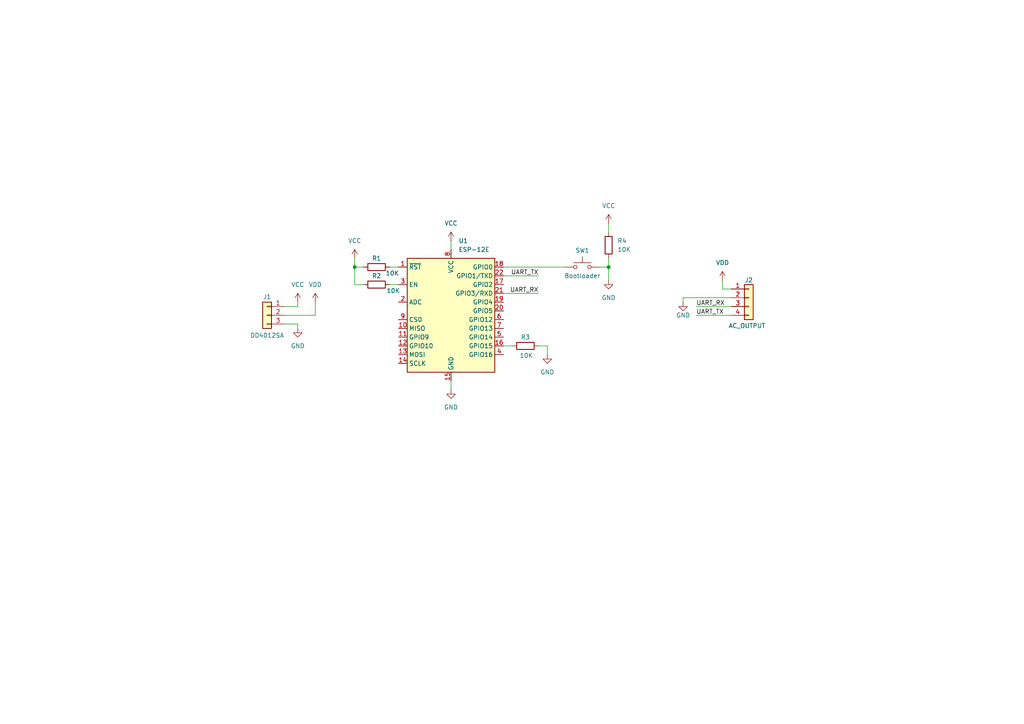
<source format=kicad_sch>
(kicad_sch (version 20231120) (generator "eeschema") (generator_version "8.0")
  (paper "A4")
  (title_block (title "AcFreedom to ESPHome") (date "2024-10-25") (rev "0") (company "TBARBS"))
  (lib_symbols
    (symbol "Connector_Generic:Conn_01x03" (pin_names (offset 1.016) hide)
      (property "Reference" "J" (at 0 5.08 0))
      (property "Value" "Conn_01x03" (at 0 -5.08 0))
      (symbol "Conn_01x03_1_1"
        (rectangle (start -1.27 -2.413) (end 0 -2.667) (stroke (width 0.1524)))
        (rectangle (start -1.27 0.127) (end 0 -0.127) (stroke (width 0.1524)))
        (rectangle (start -1.27 2.667) (end 0 2.413) (stroke (width 0.1524)))
        (rectangle (start -1.27 3.81) (end 1.27 -3.81) (stroke (width 0.254)) (fill (type background)))
        (pin passive line (at -5.08 2.54 0) (length 3.81) (name "Pin_1") (number "1"))
        (pin passive line (at -5.08 0 0) (length 3.81) (name "Pin_2") (number "2"))
        (pin passive line (at -5.08 -2.54 0) (length 3.81) (name "Pin_3") (number "3"))
      )
    )
    (symbol "Connector_Generic:Conn_01x04" (pin_names (offset 1.016) hide)
      (property "Reference" "J" (at 0 5.08 0))
      (property "Value" "Conn_01x04" (at 0 -7.62 0))
      (symbol "Conn_01x04_1_1"
        (rectangle (start -1.27 -4.953) (end 0 -5.207) (stroke (width 0.1524)))
        (rectangle (start -1.27 -2.413) (end 0 -2.667) (stroke (width 0.1524)))
        (rectangle (start -1.27 0.127) (end 0 -0.127) (stroke (width 0.1524)))
        (rectangle (start -1.27 2.667) (end 0 2.413) (stroke (width 0.1524)))
        (rectangle (start -1.27 3.81) (end 1.27 -6.35) (stroke (width 0.254)) (fill (type background)))
        (pin passive line (at -5.08 2.54 0) (length 3.81) (name "Pin_1") (number "1"))
        (pin passive line (at -5.08 0 0) (length 3.81) (name "Pin_2") (number "2"))
        (pin passive line (at -5.08 -2.54 0) (length 3.81) (name "Pin_3") (number "3"))
        (pin passive line (at -5.08 -5.08 0) (length 3.81) (name "Pin_4") (number "4"))
      )
    )
    (symbol "Device:R" (pin_numbers hide) (pin_names (offset 0))
      (property "Reference" "R" (at 2.032 0 90))
      (property "Value" "R" (at 0 0 90))
      (symbol "R_0_1"
        (rectangle (start -1.016 -2.54) (end 1.016 2.54) (stroke (width 0.254)))
      )
      (symbol "R_1_1"
        (pin passive line (at 0 3.81 270) (length 1.27) (name "~") (number "1"))
        (pin passive line (at 0 -3.81 90) (length 1.27) (name "~") (number "2"))
      )
    )
    (symbol "RF_Module:ESP-12E"
      (property "Reference" "U" (at -12.7 19.05 0))
      (property "Value" "ESP-12E" (at 12.7 19.05 0))
      (symbol "ESP-12E_0_1"
        (rectangle (start -12.7 17.78) (end 12.7 -15.24) (stroke (width 0.254)) (fill (type background)))
      )
      (symbol "ESP-12E_1_1"
        (pin input line (at -15.24 15.24 0) (length 2.54) (name "~{RST}") (number "1"))
        (pin bidirectional line (at -15.24 -2.54 0) (length 2.54) (name "MISO") (number "10"))
        (pin bidirectional line (at -15.24 -5.08 0) (length 2.54) (name "GPIO9") (number "11"))
        (pin bidirectional line (at -15.24 -7.62 0) (length 2.54) (name "GPIO10") (number "12"))
        (pin bidirectional line (at -15.24 -10.16 0) (length 2.54) (name "MOSI") (number "13"))
        (pin bidirectional line (at -15.24 -12.7 0) (length 2.54) (name "SCLK") (number "14"))
        (pin power_in line (at 0 -17.78 90) (length 2.54) (name "GND") (number "15"))
        (pin bidirectional line (at 15.24 -7.62 180) (length 2.54) (name "GPIO15") (number "16"))
        (pin bidirectional line (at 15.24 10.16 180) (length 2.54) (name "GPIO2") (number "17"))
        (pin bidirectional line (at 15.24 15.24 180) (length 2.54) (name "GPIO0") (number "18"))
        (pin bidirectional line (at 15.24 5.08 180) (length 2.54) (name "GPIO4") (number "19"))
        (pin input line (at -15.24 5.08 0) (length 2.54) (name "ADC") (number "2"))
        (pin bidirectional line (at 15.24 2.54 180) (length 2.54) (name "GPIO5") (number "20"))
        (pin bidirectional line (at 15.24 7.62 180) (length 2.54) (name "GPIO3/RXD") (number "21"))
        (pin bidirectional line (at 15.24 12.7 180) (length 2.54) (name "GPIO1/TXD") (number "22"))
        (pin input line (at -15.24 10.16 0) (length 2.54) (name "EN") (number "3"))
        (pin bidirectional line (at 15.24 -10.16 180) (length 2.54) (name "GPIO16") (number "4"))
        (pin bidirectional line (at 15.24 -5.08 180) (length 2.54) (name "GPIO14") (number "5"))
        (pin bidirectional line (at 15.24 0 180) (length 2.54) (name "GPIO12") (number "6"))
        (pin bidirectional line (at 15.24 -2.54 180) (length 2.54) (name "GPIO13") (number "7"))
        (pin power_in line (at 0 20.32 270) (length 2.54) (name "VCC") (number "8"))
        (pin input line (at -15.24 0 0) (length 2.54) (name "CS0") (number "9"))
      )
    )
    (symbol "Switch:SW_Push" (pin_numbers hide) (pin_names (offset 1.016) hide)
      (property "Reference" "SW" (at 1.27 2.54 0))
      (property "Value" "SW_Push" (at 0 -1.524 0))
      (symbol "SW_Push_0_1"
        (circle (center -2.032 0) (radius 0.508))
        (polyline (pts (xy 0 1.27) (xy 0 3.048)))
        (polyline (pts (xy 2.54 1.27) (xy -2.54 1.27)))
        (circle (center 2.032 0) (radius 0.508))
        (pin passive line (at -5.08 0 0) (length 2.54) (name "1") (number "1"))
        (pin passive line (at 5.08 0 180) (length 2.54) (name "2") (number "2"))
      )
    )
    (symbol "power:GND" (power) (pin_numbers hide) (pin_names (offset 0) hide)
      (property "Value" "GND" (at 0 -3.81 0))
      (symbol "GND_0_1"
        (polyline (pts (xy 0 0) (xy 0 -1.27) (xy 1.27 -1.27) (xy 0 -2.54) (xy -1.27 -1.27) (xy 0 -1.27)))
      )
      (symbol "GND_1_1"
        (pin power_in line (at 0 0 270) (length 0) (name "~") (number "1"))
      )
    )
    (symbol "power:VCC" (power) (pin_numbers hide) (pin_names (offset 0) hide)
      (property "Value" "VCC" (at 0 3.556 0))
      (symbol "VCC_0_1"
        (polyline (pts (xy -0.762 1.27) (xy 0 2.54)))
        (polyline (pts (xy 0 0) (xy 0 2.54)))
        (polyline (pts (xy 0 2.54) (xy 0.762 1.27)))
      )
      (symbol "VCC_1_1"
        (pin power_in line (at 0 0 90) (length 0) (name "~") (number "1"))
      )
    )
    (symbol "power:VDD" (power) (pin_numbers hide) (pin_names (offset 0) hide)
      (property "Value" "VDD" (at 0 3.556 0))
      (symbol "VDD_0_1"
        (polyline (pts (xy -0.762 1.27) (xy 0 2.54)))
        (polyline (pts (xy 0 0) (xy 0 2.54)))
        (polyline (pts (xy 0 2.54) (xy 0.762 1.27)))
      )
      (symbol "VDD_1_1"
        (pin power_in line (at 0 0 90) (length 0) (name "~") (number "1"))
      )
    )
  )
  (junction (at 102.87 77.47))
  (junction (at 176.53 77.47))
  (wire (pts (xy 146.05 77.47) (xy 163.83 77.47)))
  (wire (pts (xy 130.81 69.85) (xy 130.81 72.39)))
  (wire (pts (xy 212.09 88.9) (xy 201.93 88.9)))
  (wire (pts (xy 176.53 74.93) (xy 176.53 77.47)))
  (wire (pts (xy 176.53 77.47) (xy 176.53 81.28)))
  (wire (pts (xy 209.55 83.82) (xy 212.09 83.82)))
  (wire (pts (xy 156.21 100.33) (xy 158.75 100.33)))
  (wire (pts (xy 146.05 100.33) (xy 148.59 100.33)))
  (wire (pts (xy 86.36 87.63) (xy 86.36 88.9)))
  (wire (pts (xy 198.12 86.36) (xy 212.09 86.36)))
  (wire (pts (xy 158.75 100.33) (xy 158.75 102.87)))
  (wire (pts (xy 102.87 74.93) (xy 102.87 77.47)))
  (wire (pts (xy 113.03 77.47) (xy 115.57 77.47)))
  (wire (pts (xy 102.87 77.47) (xy 105.41 77.47)))
  (wire (pts (xy 198.12 86.36) (xy 198.12 87.63)))
  (wire (pts (xy 82.55 88.9) (xy 86.36 88.9)))
  (wire (pts (xy 113.03 82.55) (xy 115.57 82.55)))
  (wire (pts (xy 91.44 91.44) (xy 82.55 91.44)))
  (wire (pts (xy 146.05 80.01) (xy 156.21 80.01)))
  (wire (pts (xy 91.44 87.63) (xy 91.44 91.44)))
  (wire (pts (xy 130.81 110.49) (xy 130.81 113.03)))
  (wire (pts (xy 212.09 91.44) (xy 201.93 91.44)))
  (wire (pts (xy 209.55 81.28) (xy 209.55 83.82)))
  (wire (pts (xy 86.36 93.98) (xy 86.36 95.25)))
  (wire (pts (xy 173.99 77.47) (xy 176.53 77.47)))
  (wire (pts (xy 105.41 82.55) (xy 102.87 82.55)))
  (wire (pts (xy 146.05 85.09) (xy 156.21 85.09)))
  (wire (pts (xy 82.55 93.98) (xy 86.36 93.98)))
  (wire (pts (xy 102.87 82.55) (xy 102.87 77.47)))
  (wire (pts (xy 176.53 64.77) (xy 176.53 67.31)))
  (label "UART_TX" (at 156.21 80.01 180))
  (label "UART_RX" (at 156.21 85.09 180))
  (label "UART_RX" (at 201.93 88.9 0))
  (label "UART_TX" (at 201.93 91.44 0))
  (symbol (lib_id "Device:R") (at 176.53 71.12 0) (unit 1)
    (property "Reference" "R4" (at 179.07 69.8499 0) (effects (justify left)))
    (property "Value" "10K" (at 179.07 72.3899 0) (effects (justify left)))
    (property "Footprint" "Resistor_SMD:R_0603_1608Metric" (effects (hide yes)))
    (property "Description" "Resistor" (effects (hide yes)))
  )
  (symbol (lib_id "RF_Module:ESP-12E") (at 130.81 92.71 0) (unit 1)
    (property "Reference" "U1" (at 133.0041 69.85 0) (effects (justify left)))
    (property "Value" "ESP-12E" (at 133.0041 72.39 0) (effects (justify left)))
    (property "Footprint" "RF_Module:ESP-12E" (effects (hide yes)))
    (property "Datasheet" "http://wiki.ai-thinker.com/_media/esp8266/esp8266_series_modules_user_manual_v1.1.pdf" (effects (hide yes)))
    (property "Description" "802.11 b/g/n Wi-Fi Module" (effects (hide yes)))
  )
  (symbol (lib_id "power:GND") (at 130.81 113.03 0) (unit 1)
    (property "Reference" "#PWR06" (effects (hide yes)))
    (property "Value" "GND" (at 130.81 118.11 0))
    (property "Description" "Power symbol creates a global label with name \"GND\" , ground" (effects (hide yes)))
  )
  (symbol (lib_id "Device:R") (at 109.22 82.55 90) (unit 1)
    (property "Reference" "R2" (at 109.22 80.01 90))
    (property "Value" "10K" (at 114.046 84.328 90))
    (property "Footprint" "Resistor_SMD:R_0603_1608Metric" (effects (hide yes)))
    (property "Description" "Resistor" (effects (hide yes)))
  )
  (symbol (lib_id "power:GND") (at 176.53 81.28 0) (unit 1)
    (property "Reference" "#PWR09" (effects (hide yes)))
    (property "Value" "GND" (at 176.53 86.36 0))
    (property "Description" "Power symbol creates a global label with name \"GND\" , ground" (effects (hide yes)))
  )
  (symbol (lib_id "power:VCC") (at 176.53 64.77 0) (unit 1)
    (property "Reference" "#PWR08" (effects (hide yes)))
    (property "Value" "VCC" (at 176.53 59.69 0))
    (property "Description" "Power symbol creates a global label with name \"VCC\"" (effects (hide yes)))
  )
  (symbol (lib_id "Connector_Generic:Conn_01x04") (at 217.17 86.36 0) (unit 1)
    (property "Reference" "J2" (at 217.17 81.28 0))
    (property "Value" "AC_OUTPUT" (at 216.662 94.488 0))
    (property "Footprint" "Connector_PinHeader_2.54mm:PinHeader_1x04_P2.54mm_Vertical" (effects (hide yes)))
    (property "Description" "Generic connector, single row, 01x04, script generated (kicad-library-utils/schlib/autogen/connector/)" (effects (hide yes)))
  )
  (symbol (lib_id "power:GND") (at 158.75 102.87 0) (unit 1)
    (property "Reference" "#PWR07" (effects (hide yes)))
    (property "Value" "GND" (at 158.75 107.95 0))
    (property "Description" "Power symbol creates a global label with name \"GND\" , ground" (effects (hide yes)))
  )
  (symbol (lib_id "power:GND") (at 198.12 87.63 0) (mirror y) (unit 1)
    (property "Reference" "#PWR010" (effects (hide yes)))
    (property "Value" "GND" (at 196.088 91.44 0) (effects (justify right)))
    (property "Description" "Power symbol creates a global label with name \"GND\" , ground" (effects (hide yes)))
  )
  (symbol (lib_id "power:VCC") (at 86.36 87.63 0) (mirror y) (unit 1)
    (property "Reference" "#PWR01" (effects (hide yes)))
    (property "Value" "VCC" (at 86.36 82.55 0))
    (property "Description" "Power symbol creates a global label with name \"VCC\"" (effects (hide yes)))
  )
  (symbol (lib_id "Connector_Generic:Conn_01x03") (at 77.47 91.44 0) (mirror y) (unit 1)
    (property "Reference" "J1" (at 77.47 86.106 0))
    (property "Value" "DD4012SA" (at 77.47 97.282 0))
    (property "Footprint" "ac-freedom_to-esphome:DD4012SA" (effects (hide yes)))
    (property "Description" "Generic connector, single row, 01x03, script generated (kicad-library-utils/schlib/autogen/connector/)" (effects (hide yes)))
  )
  (symbol (lib_id "power:VDD") (at 209.55 81.28 0) (unit 1)
    (property "Reference" "#PWR011" (effects (hide yes)))
    (property "Value" "VDD" (at 209.55 76.2 0))
    (property "Description" "Power symbol creates a global label with name \"VDD\"" (effects (hide yes)))
  )
  (symbol (lib_id "power:VCC") (at 130.81 69.85 0) (unit 1)
    (property "Reference" "#PWR05" (effects (hide yes)))
    (property "Value" "VCC" (at 130.81 64.77 0))
    (property "Description" "Power symbol creates a global label with name \"VCC\"" (effects (hide yes)))
  )
  (symbol (lib_id "Switch:SW_Push") (at 168.91 77.47 0) (unit 1)
    (property "Reference" "SW1" (at 168.91 72.644 0))
    (property "Value" "Bootloader" (at 168.91 80.01 0))
    (property "Footprint" "Button_Switch_THT:SW_PUSH_6mm" (effects (hide yes)))
    (property "Description" "Push button switch, generic, two pins" (effects (hide yes)))
  )
  (symbol (lib_id "power:VCC") (at 102.87 74.93 0) (unit 1)
    (property "Reference" "#PWR04" (effects (hide yes)))
    (property "Value" "VCC" (at 102.87 69.85 0))
    (property "Description" "Power symbol creates a global label with name \"VCC\"" (effects (hide yes)))
  )
  (symbol (lib_id "Device:R") (at 109.22 77.47 90) (unit 1)
    (property "Reference" "R1" (at 109.22 74.93 90))
    (property "Value" "10K" (at 113.792 79.248 90))
    (property "Footprint" "Resistor_SMD:R_0603_1608Metric" (effects (hide yes)))
    (property "Description" "Resistor" (effects (hide yes)))
  )
  (symbol (lib_id "power:VDD") (at 91.44 87.63 0) (unit 1)
    (property "Reference" "#PWR03" (effects (hide yes)))
    (property "Value" "VDD" (at 91.44 82.55 0))
    (property "Description" "Power symbol creates a global label with name \"VDD\"" (effects (hide yes)))
  )
  (symbol (lib_id "Device:R") (at 152.4 100.33 90) (unit 1)
    (property "Reference" "R3" (at 152.4 97.79 90))
    (property "Value" "10K" (at 152.654 103.124 90))
    (property "Footprint" "Resistor_SMD:R_0603_1608Metric" (effects (hide yes)))
    (property "Description" "Resistor" (effects (hide yes)))
  )
  (symbol (lib_id "power:GND") (at 86.36 95.25 0) (unit 1)
    (property "Reference" "#PWR02" (effects (hide yes)))
    (property "Value" "GND" (at 86.36 100.33 0))
    (property "Description" "Power symbol creates a global label with name \"GND\" , ground" (effects (hide yes)))
  )
)
</source>
